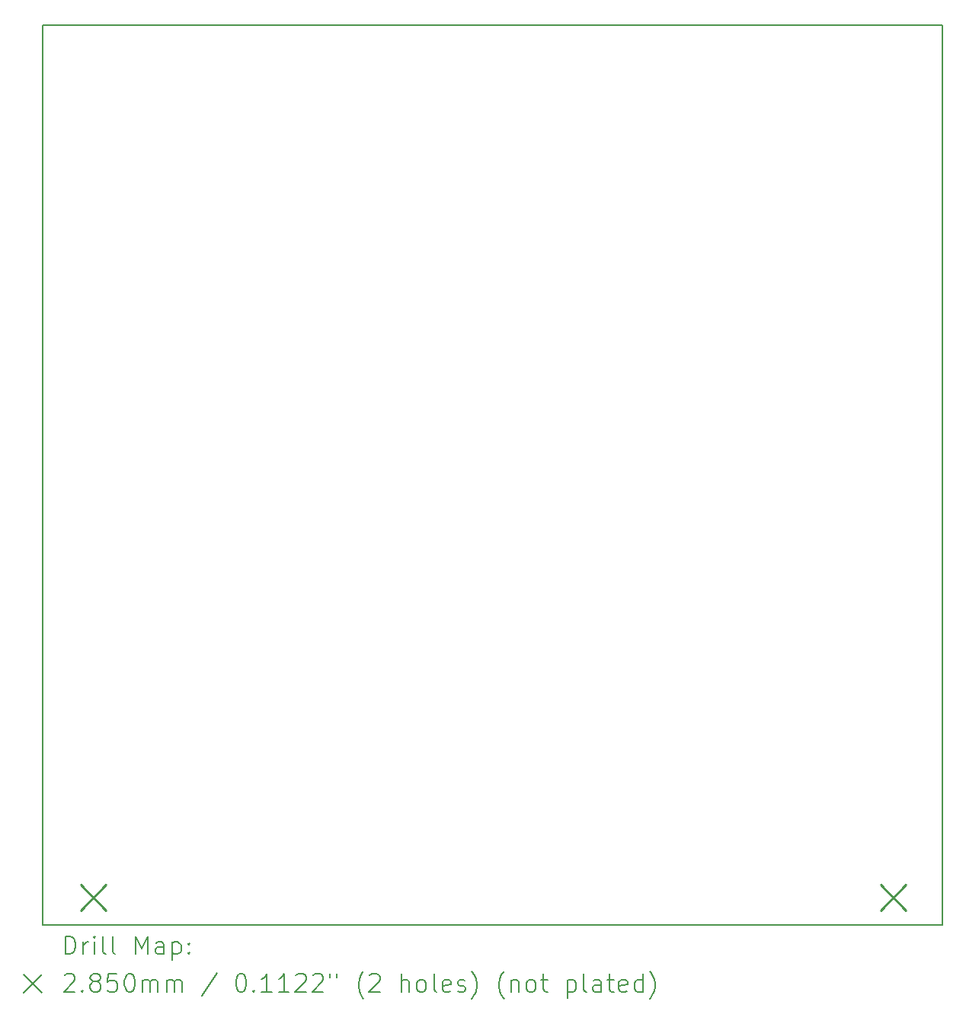
<source format=gbr>
%TF.GenerationSoftware,KiCad,Pcbnew,7.0.5*%
%TF.CreationDate,2023-11-05T11:39:28-07:00*%
%TF.ProjectId,uart_boards,75617274-5f62-46f6-9172-64732e6b6963,rev?*%
%TF.SameCoordinates,Original*%
%TF.FileFunction,Drillmap*%
%TF.FilePolarity,Positive*%
%FSLAX45Y45*%
G04 Gerber Fmt 4.5, Leading zero omitted, Abs format (unit mm)*
G04 Created by KiCad (PCBNEW 7.0.5) date 2023-11-05 11:39:28*
%MOMM*%
%LPD*%
G01*
G04 APERTURE LIST*
%ADD10C,0.200000*%
%ADD11C,0.285000*%
G04 APERTURE END LIST*
D10*
X9610000Y-4188000D02*
X19610000Y-4188000D01*
X19610000Y-14188000D01*
X9610000Y-14188000D01*
X9610000Y-4188000D01*
D11*
X10027500Y-13739500D02*
X10312500Y-14024500D01*
X10312500Y-13739500D02*
X10027500Y-14024500D01*
X18917500Y-13739500D02*
X19202500Y-14024500D01*
X19202500Y-13739500D02*
X18917500Y-14024500D01*
D10*
X9860777Y-14509484D02*
X9860777Y-14309484D01*
X9860777Y-14309484D02*
X9908396Y-14309484D01*
X9908396Y-14309484D02*
X9936967Y-14319008D01*
X9936967Y-14319008D02*
X9956015Y-14338055D01*
X9956015Y-14338055D02*
X9965539Y-14357103D01*
X9965539Y-14357103D02*
X9975063Y-14395198D01*
X9975063Y-14395198D02*
X9975063Y-14423769D01*
X9975063Y-14423769D02*
X9965539Y-14461865D01*
X9965539Y-14461865D02*
X9956015Y-14480912D01*
X9956015Y-14480912D02*
X9936967Y-14499960D01*
X9936967Y-14499960D02*
X9908396Y-14509484D01*
X9908396Y-14509484D02*
X9860777Y-14509484D01*
X10060777Y-14509484D02*
X10060777Y-14376150D01*
X10060777Y-14414246D02*
X10070301Y-14395198D01*
X10070301Y-14395198D02*
X10079824Y-14385674D01*
X10079824Y-14385674D02*
X10098872Y-14376150D01*
X10098872Y-14376150D02*
X10117920Y-14376150D01*
X10184586Y-14509484D02*
X10184586Y-14376150D01*
X10184586Y-14309484D02*
X10175063Y-14319008D01*
X10175063Y-14319008D02*
X10184586Y-14328531D01*
X10184586Y-14328531D02*
X10194110Y-14319008D01*
X10194110Y-14319008D02*
X10184586Y-14309484D01*
X10184586Y-14309484D02*
X10184586Y-14328531D01*
X10308396Y-14509484D02*
X10289348Y-14499960D01*
X10289348Y-14499960D02*
X10279824Y-14480912D01*
X10279824Y-14480912D02*
X10279824Y-14309484D01*
X10413158Y-14509484D02*
X10394110Y-14499960D01*
X10394110Y-14499960D02*
X10384586Y-14480912D01*
X10384586Y-14480912D02*
X10384586Y-14309484D01*
X10641729Y-14509484D02*
X10641729Y-14309484D01*
X10641729Y-14309484D02*
X10708396Y-14452341D01*
X10708396Y-14452341D02*
X10775063Y-14309484D01*
X10775063Y-14309484D02*
X10775063Y-14509484D01*
X10956015Y-14509484D02*
X10956015Y-14404722D01*
X10956015Y-14404722D02*
X10946491Y-14385674D01*
X10946491Y-14385674D02*
X10927444Y-14376150D01*
X10927444Y-14376150D02*
X10889348Y-14376150D01*
X10889348Y-14376150D02*
X10870301Y-14385674D01*
X10956015Y-14499960D02*
X10936967Y-14509484D01*
X10936967Y-14509484D02*
X10889348Y-14509484D01*
X10889348Y-14509484D02*
X10870301Y-14499960D01*
X10870301Y-14499960D02*
X10860777Y-14480912D01*
X10860777Y-14480912D02*
X10860777Y-14461865D01*
X10860777Y-14461865D02*
X10870301Y-14442817D01*
X10870301Y-14442817D02*
X10889348Y-14433293D01*
X10889348Y-14433293D02*
X10936967Y-14433293D01*
X10936967Y-14433293D02*
X10956015Y-14423769D01*
X11051253Y-14376150D02*
X11051253Y-14576150D01*
X11051253Y-14385674D02*
X11070301Y-14376150D01*
X11070301Y-14376150D02*
X11108396Y-14376150D01*
X11108396Y-14376150D02*
X11127444Y-14385674D01*
X11127444Y-14385674D02*
X11136967Y-14395198D01*
X11136967Y-14395198D02*
X11146491Y-14414246D01*
X11146491Y-14414246D02*
X11146491Y-14471388D01*
X11146491Y-14471388D02*
X11136967Y-14490436D01*
X11136967Y-14490436D02*
X11127444Y-14499960D01*
X11127444Y-14499960D02*
X11108396Y-14509484D01*
X11108396Y-14509484D02*
X11070301Y-14509484D01*
X11070301Y-14509484D02*
X11051253Y-14499960D01*
X11232205Y-14490436D02*
X11241729Y-14499960D01*
X11241729Y-14499960D02*
X11232205Y-14509484D01*
X11232205Y-14509484D02*
X11222682Y-14499960D01*
X11222682Y-14499960D02*
X11232205Y-14490436D01*
X11232205Y-14490436D02*
X11232205Y-14509484D01*
X11232205Y-14385674D02*
X11241729Y-14395198D01*
X11241729Y-14395198D02*
X11232205Y-14404722D01*
X11232205Y-14404722D02*
X11222682Y-14395198D01*
X11222682Y-14395198D02*
X11232205Y-14385674D01*
X11232205Y-14385674D02*
X11232205Y-14404722D01*
X9400000Y-14738000D02*
X9600000Y-14938000D01*
X9600000Y-14738000D02*
X9400000Y-14938000D01*
X9851253Y-14748531D02*
X9860777Y-14739008D01*
X9860777Y-14739008D02*
X9879824Y-14729484D01*
X9879824Y-14729484D02*
X9927444Y-14729484D01*
X9927444Y-14729484D02*
X9946491Y-14739008D01*
X9946491Y-14739008D02*
X9956015Y-14748531D01*
X9956015Y-14748531D02*
X9965539Y-14767579D01*
X9965539Y-14767579D02*
X9965539Y-14786627D01*
X9965539Y-14786627D02*
X9956015Y-14815198D01*
X9956015Y-14815198D02*
X9841729Y-14929484D01*
X9841729Y-14929484D02*
X9965539Y-14929484D01*
X10051253Y-14910436D02*
X10060777Y-14919960D01*
X10060777Y-14919960D02*
X10051253Y-14929484D01*
X10051253Y-14929484D02*
X10041729Y-14919960D01*
X10041729Y-14919960D02*
X10051253Y-14910436D01*
X10051253Y-14910436D02*
X10051253Y-14929484D01*
X10175063Y-14815198D02*
X10156015Y-14805674D01*
X10156015Y-14805674D02*
X10146491Y-14796150D01*
X10146491Y-14796150D02*
X10136967Y-14777103D01*
X10136967Y-14777103D02*
X10136967Y-14767579D01*
X10136967Y-14767579D02*
X10146491Y-14748531D01*
X10146491Y-14748531D02*
X10156015Y-14739008D01*
X10156015Y-14739008D02*
X10175063Y-14729484D01*
X10175063Y-14729484D02*
X10213158Y-14729484D01*
X10213158Y-14729484D02*
X10232205Y-14739008D01*
X10232205Y-14739008D02*
X10241729Y-14748531D01*
X10241729Y-14748531D02*
X10251253Y-14767579D01*
X10251253Y-14767579D02*
X10251253Y-14777103D01*
X10251253Y-14777103D02*
X10241729Y-14796150D01*
X10241729Y-14796150D02*
X10232205Y-14805674D01*
X10232205Y-14805674D02*
X10213158Y-14815198D01*
X10213158Y-14815198D02*
X10175063Y-14815198D01*
X10175063Y-14815198D02*
X10156015Y-14824722D01*
X10156015Y-14824722D02*
X10146491Y-14834246D01*
X10146491Y-14834246D02*
X10136967Y-14853293D01*
X10136967Y-14853293D02*
X10136967Y-14891388D01*
X10136967Y-14891388D02*
X10146491Y-14910436D01*
X10146491Y-14910436D02*
X10156015Y-14919960D01*
X10156015Y-14919960D02*
X10175063Y-14929484D01*
X10175063Y-14929484D02*
X10213158Y-14929484D01*
X10213158Y-14929484D02*
X10232205Y-14919960D01*
X10232205Y-14919960D02*
X10241729Y-14910436D01*
X10241729Y-14910436D02*
X10251253Y-14891388D01*
X10251253Y-14891388D02*
X10251253Y-14853293D01*
X10251253Y-14853293D02*
X10241729Y-14834246D01*
X10241729Y-14834246D02*
X10232205Y-14824722D01*
X10232205Y-14824722D02*
X10213158Y-14815198D01*
X10432205Y-14729484D02*
X10336967Y-14729484D01*
X10336967Y-14729484D02*
X10327444Y-14824722D01*
X10327444Y-14824722D02*
X10336967Y-14815198D01*
X10336967Y-14815198D02*
X10356015Y-14805674D01*
X10356015Y-14805674D02*
X10403634Y-14805674D01*
X10403634Y-14805674D02*
X10422682Y-14815198D01*
X10422682Y-14815198D02*
X10432205Y-14824722D01*
X10432205Y-14824722D02*
X10441729Y-14843769D01*
X10441729Y-14843769D02*
X10441729Y-14891388D01*
X10441729Y-14891388D02*
X10432205Y-14910436D01*
X10432205Y-14910436D02*
X10422682Y-14919960D01*
X10422682Y-14919960D02*
X10403634Y-14929484D01*
X10403634Y-14929484D02*
X10356015Y-14929484D01*
X10356015Y-14929484D02*
X10336967Y-14919960D01*
X10336967Y-14919960D02*
X10327444Y-14910436D01*
X10565539Y-14729484D02*
X10584586Y-14729484D01*
X10584586Y-14729484D02*
X10603634Y-14739008D01*
X10603634Y-14739008D02*
X10613158Y-14748531D01*
X10613158Y-14748531D02*
X10622682Y-14767579D01*
X10622682Y-14767579D02*
X10632205Y-14805674D01*
X10632205Y-14805674D02*
X10632205Y-14853293D01*
X10632205Y-14853293D02*
X10622682Y-14891388D01*
X10622682Y-14891388D02*
X10613158Y-14910436D01*
X10613158Y-14910436D02*
X10603634Y-14919960D01*
X10603634Y-14919960D02*
X10584586Y-14929484D01*
X10584586Y-14929484D02*
X10565539Y-14929484D01*
X10565539Y-14929484D02*
X10546491Y-14919960D01*
X10546491Y-14919960D02*
X10536967Y-14910436D01*
X10536967Y-14910436D02*
X10527444Y-14891388D01*
X10527444Y-14891388D02*
X10517920Y-14853293D01*
X10517920Y-14853293D02*
X10517920Y-14805674D01*
X10517920Y-14805674D02*
X10527444Y-14767579D01*
X10527444Y-14767579D02*
X10536967Y-14748531D01*
X10536967Y-14748531D02*
X10546491Y-14739008D01*
X10546491Y-14739008D02*
X10565539Y-14729484D01*
X10717920Y-14929484D02*
X10717920Y-14796150D01*
X10717920Y-14815198D02*
X10727444Y-14805674D01*
X10727444Y-14805674D02*
X10746491Y-14796150D01*
X10746491Y-14796150D02*
X10775063Y-14796150D01*
X10775063Y-14796150D02*
X10794110Y-14805674D01*
X10794110Y-14805674D02*
X10803634Y-14824722D01*
X10803634Y-14824722D02*
X10803634Y-14929484D01*
X10803634Y-14824722D02*
X10813158Y-14805674D01*
X10813158Y-14805674D02*
X10832205Y-14796150D01*
X10832205Y-14796150D02*
X10860777Y-14796150D01*
X10860777Y-14796150D02*
X10879825Y-14805674D01*
X10879825Y-14805674D02*
X10889348Y-14824722D01*
X10889348Y-14824722D02*
X10889348Y-14929484D01*
X10984586Y-14929484D02*
X10984586Y-14796150D01*
X10984586Y-14815198D02*
X10994110Y-14805674D01*
X10994110Y-14805674D02*
X11013158Y-14796150D01*
X11013158Y-14796150D02*
X11041729Y-14796150D01*
X11041729Y-14796150D02*
X11060777Y-14805674D01*
X11060777Y-14805674D02*
X11070301Y-14824722D01*
X11070301Y-14824722D02*
X11070301Y-14929484D01*
X11070301Y-14824722D02*
X11079825Y-14805674D01*
X11079825Y-14805674D02*
X11098872Y-14796150D01*
X11098872Y-14796150D02*
X11127444Y-14796150D01*
X11127444Y-14796150D02*
X11146491Y-14805674D01*
X11146491Y-14805674D02*
X11156015Y-14824722D01*
X11156015Y-14824722D02*
X11156015Y-14929484D01*
X11546491Y-14719960D02*
X11375063Y-14977103D01*
X11803634Y-14729484D02*
X11822682Y-14729484D01*
X11822682Y-14729484D02*
X11841729Y-14739008D01*
X11841729Y-14739008D02*
X11851253Y-14748531D01*
X11851253Y-14748531D02*
X11860777Y-14767579D01*
X11860777Y-14767579D02*
X11870301Y-14805674D01*
X11870301Y-14805674D02*
X11870301Y-14853293D01*
X11870301Y-14853293D02*
X11860777Y-14891388D01*
X11860777Y-14891388D02*
X11851253Y-14910436D01*
X11851253Y-14910436D02*
X11841729Y-14919960D01*
X11841729Y-14919960D02*
X11822682Y-14929484D01*
X11822682Y-14929484D02*
X11803634Y-14929484D01*
X11803634Y-14929484D02*
X11784586Y-14919960D01*
X11784586Y-14919960D02*
X11775063Y-14910436D01*
X11775063Y-14910436D02*
X11765539Y-14891388D01*
X11765539Y-14891388D02*
X11756015Y-14853293D01*
X11756015Y-14853293D02*
X11756015Y-14805674D01*
X11756015Y-14805674D02*
X11765539Y-14767579D01*
X11765539Y-14767579D02*
X11775063Y-14748531D01*
X11775063Y-14748531D02*
X11784586Y-14739008D01*
X11784586Y-14739008D02*
X11803634Y-14729484D01*
X11956015Y-14910436D02*
X11965539Y-14919960D01*
X11965539Y-14919960D02*
X11956015Y-14929484D01*
X11956015Y-14929484D02*
X11946491Y-14919960D01*
X11946491Y-14919960D02*
X11956015Y-14910436D01*
X11956015Y-14910436D02*
X11956015Y-14929484D01*
X12156015Y-14929484D02*
X12041729Y-14929484D01*
X12098872Y-14929484D02*
X12098872Y-14729484D01*
X12098872Y-14729484D02*
X12079825Y-14758055D01*
X12079825Y-14758055D02*
X12060777Y-14777103D01*
X12060777Y-14777103D02*
X12041729Y-14786627D01*
X12346491Y-14929484D02*
X12232206Y-14929484D01*
X12289348Y-14929484D02*
X12289348Y-14729484D01*
X12289348Y-14729484D02*
X12270301Y-14758055D01*
X12270301Y-14758055D02*
X12251253Y-14777103D01*
X12251253Y-14777103D02*
X12232206Y-14786627D01*
X12422682Y-14748531D02*
X12432206Y-14739008D01*
X12432206Y-14739008D02*
X12451253Y-14729484D01*
X12451253Y-14729484D02*
X12498872Y-14729484D01*
X12498872Y-14729484D02*
X12517920Y-14739008D01*
X12517920Y-14739008D02*
X12527444Y-14748531D01*
X12527444Y-14748531D02*
X12536967Y-14767579D01*
X12536967Y-14767579D02*
X12536967Y-14786627D01*
X12536967Y-14786627D02*
X12527444Y-14815198D01*
X12527444Y-14815198D02*
X12413158Y-14929484D01*
X12413158Y-14929484D02*
X12536967Y-14929484D01*
X12613158Y-14748531D02*
X12622682Y-14739008D01*
X12622682Y-14739008D02*
X12641729Y-14729484D01*
X12641729Y-14729484D02*
X12689348Y-14729484D01*
X12689348Y-14729484D02*
X12708396Y-14739008D01*
X12708396Y-14739008D02*
X12717920Y-14748531D01*
X12717920Y-14748531D02*
X12727444Y-14767579D01*
X12727444Y-14767579D02*
X12727444Y-14786627D01*
X12727444Y-14786627D02*
X12717920Y-14815198D01*
X12717920Y-14815198D02*
X12603634Y-14929484D01*
X12603634Y-14929484D02*
X12727444Y-14929484D01*
X12803634Y-14729484D02*
X12803634Y-14767579D01*
X12879825Y-14729484D02*
X12879825Y-14767579D01*
X13175063Y-15005674D02*
X13165539Y-14996150D01*
X13165539Y-14996150D02*
X13146491Y-14967579D01*
X13146491Y-14967579D02*
X13136968Y-14948531D01*
X13136968Y-14948531D02*
X13127444Y-14919960D01*
X13127444Y-14919960D02*
X13117920Y-14872341D01*
X13117920Y-14872341D02*
X13117920Y-14834246D01*
X13117920Y-14834246D02*
X13127444Y-14786627D01*
X13127444Y-14786627D02*
X13136968Y-14758055D01*
X13136968Y-14758055D02*
X13146491Y-14739008D01*
X13146491Y-14739008D02*
X13165539Y-14710436D01*
X13165539Y-14710436D02*
X13175063Y-14700912D01*
X13241729Y-14748531D02*
X13251253Y-14739008D01*
X13251253Y-14739008D02*
X13270301Y-14729484D01*
X13270301Y-14729484D02*
X13317920Y-14729484D01*
X13317920Y-14729484D02*
X13336968Y-14739008D01*
X13336968Y-14739008D02*
X13346491Y-14748531D01*
X13346491Y-14748531D02*
X13356015Y-14767579D01*
X13356015Y-14767579D02*
X13356015Y-14786627D01*
X13356015Y-14786627D02*
X13346491Y-14815198D01*
X13346491Y-14815198D02*
X13232206Y-14929484D01*
X13232206Y-14929484D02*
X13356015Y-14929484D01*
X13594110Y-14929484D02*
X13594110Y-14729484D01*
X13679825Y-14929484D02*
X13679825Y-14824722D01*
X13679825Y-14824722D02*
X13670301Y-14805674D01*
X13670301Y-14805674D02*
X13651253Y-14796150D01*
X13651253Y-14796150D02*
X13622682Y-14796150D01*
X13622682Y-14796150D02*
X13603634Y-14805674D01*
X13603634Y-14805674D02*
X13594110Y-14815198D01*
X13803634Y-14929484D02*
X13784587Y-14919960D01*
X13784587Y-14919960D02*
X13775063Y-14910436D01*
X13775063Y-14910436D02*
X13765539Y-14891388D01*
X13765539Y-14891388D02*
X13765539Y-14834246D01*
X13765539Y-14834246D02*
X13775063Y-14815198D01*
X13775063Y-14815198D02*
X13784587Y-14805674D01*
X13784587Y-14805674D02*
X13803634Y-14796150D01*
X13803634Y-14796150D02*
X13832206Y-14796150D01*
X13832206Y-14796150D02*
X13851253Y-14805674D01*
X13851253Y-14805674D02*
X13860777Y-14815198D01*
X13860777Y-14815198D02*
X13870301Y-14834246D01*
X13870301Y-14834246D02*
X13870301Y-14891388D01*
X13870301Y-14891388D02*
X13860777Y-14910436D01*
X13860777Y-14910436D02*
X13851253Y-14919960D01*
X13851253Y-14919960D02*
X13832206Y-14929484D01*
X13832206Y-14929484D02*
X13803634Y-14929484D01*
X13984587Y-14929484D02*
X13965539Y-14919960D01*
X13965539Y-14919960D02*
X13956015Y-14900912D01*
X13956015Y-14900912D02*
X13956015Y-14729484D01*
X14136968Y-14919960D02*
X14117920Y-14929484D01*
X14117920Y-14929484D02*
X14079825Y-14929484D01*
X14079825Y-14929484D02*
X14060777Y-14919960D01*
X14060777Y-14919960D02*
X14051253Y-14900912D01*
X14051253Y-14900912D02*
X14051253Y-14824722D01*
X14051253Y-14824722D02*
X14060777Y-14805674D01*
X14060777Y-14805674D02*
X14079825Y-14796150D01*
X14079825Y-14796150D02*
X14117920Y-14796150D01*
X14117920Y-14796150D02*
X14136968Y-14805674D01*
X14136968Y-14805674D02*
X14146491Y-14824722D01*
X14146491Y-14824722D02*
X14146491Y-14843769D01*
X14146491Y-14843769D02*
X14051253Y-14862817D01*
X14222682Y-14919960D02*
X14241730Y-14929484D01*
X14241730Y-14929484D02*
X14279825Y-14929484D01*
X14279825Y-14929484D02*
X14298872Y-14919960D01*
X14298872Y-14919960D02*
X14308396Y-14900912D01*
X14308396Y-14900912D02*
X14308396Y-14891388D01*
X14308396Y-14891388D02*
X14298872Y-14872341D01*
X14298872Y-14872341D02*
X14279825Y-14862817D01*
X14279825Y-14862817D02*
X14251253Y-14862817D01*
X14251253Y-14862817D02*
X14232206Y-14853293D01*
X14232206Y-14853293D02*
X14222682Y-14834246D01*
X14222682Y-14834246D02*
X14222682Y-14824722D01*
X14222682Y-14824722D02*
X14232206Y-14805674D01*
X14232206Y-14805674D02*
X14251253Y-14796150D01*
X14251253Y-14796150D02*
X14279825Y-14796150D01*
X14279825Y-14796150D02*
X14298872Y-14805674D01*
X14375063Y-15005674D02*
X14384587Y-14996150D01*
X14384587Y-14996150D02*
X14403634Y-14967579D01*
X14403634Y-14967579D02*
X14413158Y-14948531D01*
X14413158Y-14948531D02*
X14422682Y-14919960D01*
X14422682Y-14919960D02*
X14432206Y-14872341D01*
X14432206Y-14872341D02*
X14432206Y-14834246D01*
X14432206Y-14834246D02*
X14422682Y-14786627D01*
X14422682Y-14786627D02*
X14413158Y-14758055D01*
X14413158Y-14758055D02*
X14403634Y-14739008D01*
X14403634Y-14739008D02*
X14384587Y-14710436D01*
X14384587Y-14710436D02*
X14375063Y-14700912D01*
X14736968Y-15005674D02*
X14727444Y-14996150D01*
X14727444Y-14996150D02*
X14708396Y-14967579D01*
X14708396Y-14967579D02*
X14698872Y-14948531D01*
X14698872Y-14948531D02*
X14689349Y-14919960D01*
X14689349Y-14919960D02*
X14679825Y-14872341D01*
X14679825Y-14872341D02*
X14679825Y-14834246D01*
X14679825Y-14834246D02*
X14689349Y-14786627D01*
X14689349Y-14786627D02*
X14698872Y-14758055D01*
X14698872Y-14758055D02*
X14708396Y-14739008D01*
X14708396Y-14739008D02*
X14727444Y-14710436D01*
X14727444Y-14710436D02*
X14736968Y-14700912D01*
X14813158Y-14796150D02*
X14813158Y-14929484D01*
X14813158Y-14815198D02*
X14822682Y-14805674D01*
X14822682Y-14805674D02*
X14841730Y-14796150D01*
X14841730Y-14796150D02*
X14870301Y-14796150D01*
X14870301Y-14796150D02*
X14889349Y-14805674D01*
X14889349Y-14805674D02*
X14898872Y-14824722D01*
X14898872Y-14824722D02*
X14898872Y-14929484D01*
X15022682Y-14929484D02*
X15003634Y-14919960D01*
X15003634Y-14919960D02*
X14994111Y-14910436D01*
X14994111Y-14910436D02*
X14984587Y-14891388D01*
X14984587Y-14891388D02*
X14984587Y-14834246D01*
X14984587Y-14834246D02*
X14994111Y-14815198D01*
X14994111Y-14815198D02*
X15003634Y-14805674D01*
X15003634Y-14805674D02*
X15022682Y-14796150D01*
X15022682Y-14796150D02*
X15051253Y-14796150D01*
X15051253Y-14796150D02*
X15070301Y-14805674D01*
X15070301Y-14805674D02*
X15079825Y-14815198D01*
X15079825Y-14815198D02*
X15089349Y-14834246D01*
X15089349Y-14834246D02*
X15089349Y-14891388D01*
X15089349Y-14891388D02*
X15079825Y-14910436D01*
X15079825Y-14910436D02*
X15070301Y-14919960D01*
X15070301Y-14919960D02*
X15051253Y-14929484D01*
X15051253Y-14929484D02*
X15022682Y-14929484D01*
X15146492Y-14796150D02*
X15222682Y-14796150D01*
X15175063Y-14729484D02*
X15175063Y-14900912D01*
X15175063Y-14900912D02*
X15184587Y-14919960D01*
X15184587Y-14919960D02*
X15203634Y-14929484D01*
X15203634Y-14929484D02*
X15222682Y-14929484D01*
X15441730Y-14796150D02*
X15441730Y-14996150D01*
X15441730Y-14805674D02*
X15460777Y-14796150D01*
X15460777Y-14796150D02*
X15498873Y-14796150D01*
X15498873Y-14796150D02*
X15517920Y-14805674D01*
X15517920Y-14805674D02*
X15527444Y-14815198D01*
X15527444Y-14815198D02*
X15536968Y-14834246D01*
X15536968Y-14834246D02*
X15536968Y-14891388D01*
X15536968Y-14891388D02*
X15527444Y-14910436D01*
X15527444Y-14910436D02*
X15517920Y-14919960D01*
X15517920Y-14919960D02*
X15498873Y-14929484D01*
X15498873Y-14929484D02*
X15460777Y-14929484D01*
X15460777Y-14929484D02*
X15441730Y-14919960D01*
X15651253Y-14929484D02*
X15632206Y-14919960D01*
X15632206Y-14919960D02*
X15622682Y-14900912D01*
X15622682Y-14900912D02*
X15622682Y-14729484D01*
X15813158Y-14929484D02*
X15813158Y-14824722D01*
X15813158Y-14824722D02*
X15803634Y-14805674D01*
X15803634Y-14805674D02*
X15784587Y-14796150D01*
X15784587Y-14796150D02*
X15746492Y-14796150D01*
X15746492Y-14796150D02*
X15727444Y-14805674D01*
X15813158Y-14919960D02*
X15794111Y-14929484D01*
X15794111Y-14929484D02*
X15746492Y-14929484D01*
X15746492Y-14929484D02*
X15727444Y-14919960D01*
X15727444Y-14919960D02*
X15717920Y-14900912D01*
X15717920Y-14900912D02*
X15717920Y-14881865D01*
X15717920Y-14881865D02*
X15727444Y-14862817D01*
X15727444Y-14862817D02*
X15746492Y-14853293D01*
X15746492Y-14853293D02*
X15794111Y-14853293D01*
X15794111Y-14853293D02*
X15813158Y-14843769D01*
X15879825Y-14796150D02*
X15956015Y-14796150D01*
X15908396Y-14729484D02*
X15908396Y-14900912D01*
X15908396Y-14900912D02*
X15917920Y-14919960D01*
X15917920Y-14919960D02*
X15936968Y-14929484D01*
X15936968Y-14929484D02*
X15956015Y-14929484D01*
X16098873Y-14919960D02*
X16079825Y-14929484D01*
X16079825Y-14929484D02*
X16041730Y-14929484D01*
X16041730Y-14929484D02*
X16022682Y-14919960D01*
X16022682Y-14919960D02*
X16013158Y-14900912D01*
X16013158Y-14900912D02*
X16013158Y-14824722D01*
X16013158Y-14824722D02*
X16022682Y-14805674D01*
X16022682Y-14805674D02*
X16041730Y-14796150D01*
X16041730Y-14796150D02*
X16079825Y-14796150D01*
X16079825Y-14796150D02*
X16098873Y-14805674D01*
X16098873Y-14805674D02*
X16108396Y-14824722D01*
X16108396Y-14824722D02*
X16108396Y-14843769D01*
X16108396Y-14843769D02*
X16013158Y-14862817D01*
X16279825Y-14929484D02*
X16279825Y-14729484D01*
X16279825Y-14919960D02*
X16260777Y-14929484D01*
X16260777Y-14929484D02*
X16222682Y-14929484D01*
X16222682Y-14929484D02*
X16203634Y-14919960D01*
X16203634Y-14919960D02*
X16194111Y-14910436D01*
X16194111Y-14910436D02*
X16184587Y-14891388D01*
X16184587Y-14891388D02*
X16184587Y-14834246D01*
X16184587Y-14834246D02*
X16194111Y-14815198D01*
X16194111Y-14815198D02*
X16203634Y-14805674D01*
X16203634Y-14805674D02*
X16222682Y-14796150D01*
X16222682Y-14796150D02*
X16260777Y-14796150D01*
X16260777Y-14796150D02*
X16279825Y-14805674D01*
X16356015Y-15005674D02*
X16365539Y-14996150D01*
X16365539Y-14996150D02*
X16384587Y-14967579D01*
X16384587Y-14967579D02*
X16394111Y-14948531D01*
X16394111Y-14948531D02*
X16403634Y-14919960D01*
X16403634Y-14919960D02*
X16413158Y-14872341D01*
X16413158Y-14872341D02*
X16413158Y-14834246D01*
X16413158Y-14834246D02*
X16403634Y-14786627D01*
X16403634Y-14786627D02*
X16394111Y-14758055D01*
X16394111Y-14758055D02*
X16384587Y-14739008D01*
X16384587Y-14739008D02*
X16365539Y-14710436D01*
X16365539Y-14710436D02*
X16356015Y-14700912D01*
M02*

</source>
